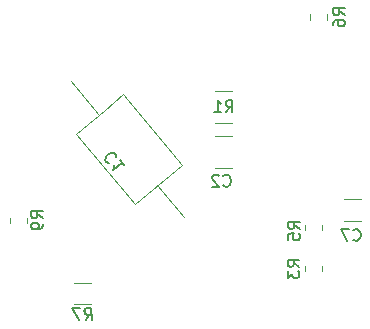
<source format=gbr>
G04 #@! TF.GenerationSoftware,KiCad,Pcbnew,(6.0.5)*
G04 #@! TF.CreationDate,2022-05-08T20:16:57+02:00*
G04 #@! TF.ProjectId,Zasilacz_5V_impulsowy,5a617369-6c61-4637-9a5f-35565f696d70,rev?*
G04 #@! TF.SameCoordinates,Original*
G04 #@! TF.FileFunction,Legend,Bot*
G04 #@! TF.FilePolarity,Positive*
%FSLAX46Y46*%
G04 Gerber Fmt 4.6, Leading zero omitted, Abs format (unit mm)*
G04 Created by KiCad (PCBNEW (6.0.5)) date 2022-05-08 20:16:57*
%MOMM*%
%LPD*%
G01*
G04 APERTURE LIST*
%ADD10C,0.150000*%
%ADD11C,0.120000*%
G04 APERTURE END LIST*
D10*
G04 #@! TO.C,C1*
X111311226Y-113677381D02*
X111317095Y-113610294D01*
X111261746Y-113470250D01*
X111200529Y-113397294D01*
X111072223Y-113318468D01*
X110938049Y-113306729D01*
X110834483Y-113331469D01*
X110657961Y-113417426D01*
X110548526Y-113509253D01*
X110433222Y-113668167D01*
X110390874Y-113765863D01*
X110379136Y-113900037D01*
X110434484Y-114040081D01*
X110495702Y-114113038D01*
X110624007Y-114191864D01*
X110691094Y-114197733D01*
X111996361Y-114345730D02*
X111629054Y-113907990D01*
X111812707Y-114126860D02*
X111046663Y-114769647D01*
X111094880Y-114604864D01*
X111106619Y-114470690D01*
X111081879Y-114367124D01*
G04 #@! TO.C,R6*
X130652380Y-101633333D02*
X130176190Y-101300000D01*
X130652380Y-101061904D02*
X129652380Y-101061904D01*
X129652380Y-101442857D01*
X129700000Y-101538095D01*
X129747619Y-101585714D01*
X129842857Y-101633333D01*
X129985714Y-101633333D01*
X130080952Y-101585714D01*
X130128571Y-101538095D01*
X130176190Y-101442857D01*
X130176190Y-101061904D01*
X129652380Y-102490476D02*
X129652380Y-102300000D01*
X129700000Y-102204761D01*
X129747619Y-102157142D01*
X129890476Y-102061904D01*
X130080952Y-102014285D01*
X130461904Y-102014285D01*
X130557142Y-102061904D01*
X130604761Y-102109523D01*
X130652380Y-102204761D01*
X130652380Y-102395238D01*
X130604761Y-102490476D01*
X130557142Y-102538095D01*
X130461904Y-102585714D01*
X130223809Y-102585714D01*
X130128571Y-102538095D01*
X130080952Y-102490476D01*
X130033333Y-102395238D01*
X130033333Y-102204761D01*
X130080952Y-102109523D01*
X130128571Y-102061904D01*
X130223809Y-102014285D01*
G04 #@! TO.C,R7*
X108711339Y-127472380D02*
X108985148Y-126996190D01*
X109282767Y-127472380D02*
X109157767Y-126472380D01*
X108776815Y-126472380D01*
X108687529Y-126520000D01*
X108645863Y-126567619D01*
X108610148Y-126662857D01*
X108628005Y-126805714D01*
X108687529Y-126900952D01*
X108741101Y-126948571D01*
X108842291Y-126996190D01*
X109223244Y-126996190D01*
X108253005Y-126472380D02*
X107586339Y-126472380D01*
X108139910Y-127472380D01*
G04 #@! TO.C,R3*
X126802380Y-122933333D02*
X126326190Y-122600000D01*
X126802380Y-122361904D02*
X125802380Y-122361904D01*
X125802380Y-122742857D01*
X125850000Y-122838095D01*
X125897619Y-122885714D01*
X125992857Y-122933333D01*
X126135714Y-122933333D01*
X126230952Y-122885714D01*
X126278571Y-122838095D01*
X126326190Y-122742857D01*
X126326190Y-122361904D01*
X125802380Y-123266666D02*
X125802380Y-123885714D01*
X126183333Y-123552380D01*
X126183333Y-123695238D01*
X126230952Y-123790476D01*
X126278571Y-123838095D01*
X126373809Y-123885714D01*
X126611904Y-123885714D01*
X126707142Y-123838095D01*
X126754761Y-123790476D01*
X126802380Y-123695238D01*
X126802380Y-123409523D01*
X126754761Y-123314285D01*
X126707142Y-123266666D01*
G04 #@! TO.C,R1*
X120566666Y-109852380D02*
X120900000Y-109376190D01*
X121138095Y-109852380D02*
X121138095Y-108852380D01*
X120757142Y-108852380D01*
X120661904Y-108900000D01*
X120614285Y-108947619D01*
X120566666Y-109042857D01*
X120566666Y-109185714D01*
X120614285Y-109280952D01*
X120661904Y-109328571D01*
X120757142Y-109376190D01*
X121138095Y-109376190D01*
X119614285Y-109852380D02*
X120185714Y-109852380D01*
X119900000Y-109852380D02*
X119900000Y-108852380D01*
X119995238Y-108995238D01*
X120090476Y-109090476D01*
X120185714Y-109138095D01*
G04 #@! TO.C,C2*
X120366666Y-116057142D02*
X120414285Y-116104761D01*
X120557142Y-116152380D01*
X120652380Y-116152380D01*
X120795238Y-116104761D01*
X120890476Y-116009523D01*
X120938095Y-115914285D01*
X120985714Y-115723809D01*
X120985714Y-115580952D01*
X120938095Y-115390476D01*
X120890476Y-115295238D01*
X120795238Y-115200000D01*
X120652380Y-115152380D01*
X120557142Y-115152380D01*
X120414285Y-115200000D01*
X120366666Y-115247619D01*
X119985714Y-115247619D02*
X119938095Y-115200000D01*
X119842857Y-115152380D01*
X119604761Y-115152380D01*
X119509523Y-115200000D01*
X119461904Y-115247619D01*
X119414285Y-115342857D01*
X119414285Y-115438095D01*
X119461904Y-115580952D01*
X120033333Y-116152380D01*
X119414285Y-116152380D01*
G04 #@! TO.C,R5*
X126852380Y-119733333D02*
X126376190Y-119400000D01*
X126852380Y-119161904D02*
X125852380Y-119161904D01*
X125852380Y-119542857D01*
X125900000Y-119638095D01*
X125947619Y-119685714D01*
X126042857Y-119733333D01*
X126185714Y-119733333D01*
X126280952Y-119685714D01*
X126328571Y-119638095D01*
X126376190Y-119542857D01*
X126376190Y-119161904D01*
X125852380Y-120638095D02*
X125852380Y-120161904D01*
X126328571Y-120114285D01*
X126280952Y-120161904D01*
X126233333Y-120257142D01*
X126233333Y-120495238D01*
X126280952Y-120590476D01*
X126328571Y-120638095D01*
X126423809Y-120685714D01*
X126661904Y-120685714D01*
X126757142Y-120638095D01*
X126804761Y-120590476D01*
X126852380Y-120495238D01*
X126852380Y-120257142D01*
X126804761Y-120161904D01*
X126757142Y-120114285D01*
G04 #@! TO.C,R9*
X105102380Y-118833333D02*
X104626190Y-118500000D01*
X105102380Y-118261904D02*
X104102380Y-118261904D01*
X104102380Y-118642857D01*
X104150000Y-118738095D01*
X104197619Y-118785714D01*
X104292857Y-118833333D01*
X104435714Y-118833333D01*
X104530952Y-118785714D01*
X104578571Y-118738095D01*
X104626190Y-118642857D01*
X104626190Y-118261904D01*
X105102380Y-119309523D02*
X105102380Y-119500000D01*
X105054761Y-119595238D01*
X105007142Y-119642857D01*
X104864285Y-119738095D01*
X104673809Y-119785714D01*
X104292857Y-119785714D01*
X104197619Y-119738095D01*
X104150000Y-119690476D01*
X104102380Y-119595238D01*
X104102380Y-119404761D01*
X104150000Y-119309523D01*
X104197619Y-119261904D01*
X104292857Y-119214285D01*
X104530952Y-119214285D01*
X104626190Y-119261904D01*
X104673809Y-119309523D01*
X104721428Y-119404761D01*
X104721428Y-119595238D01*
X104673809Y-119690476D01*
X104626190Y-119738095D01*
X104530952Y-119785714D01*
G04 #@! TO.C,C7*
X131366666Y-120657142D02*
X131414285Y-120704761D01*
X131557142Y-120752380D01*
X131652380Y-120752380D01*
X131795238Y-120704761D01*
X131890476Y-120609523D01*
X131938095Y-120514285D01*
X131985714Y-120323809D01*
X131985714Y-120180952D01*
X131938095Y-119990476D01*
X131890476Y-119895238D01*
X131795238Y-119800000D01*
X131652380Y-119752380D01*
X131557142Y-119752380D01*
X131414285Y-119800000D01*
X131366666Y-119847619D01*
X131033333Y-119752380D02*
X130366666Y-119752380D01*
X130795238Y-120752380D01*
D11*
G04 #@! TO.C,C1*
X107446954Y-107216364D02*
X109839189Y-110078210D01*
X110370058Y-109632758D02*
X109308320Y-110523662D01*
X115345234Y-115561942D02*
X114370825Y-116379568D01*
X117018326Y-118700868D02*
X114781425Y-116035034D01*
X116865066Y-114286651D02*
X111889890Y-108357467D01*
X114370825Y-116379568D02*
X112850993Y-117654858D01*
X109395649Y-110450384D02*
X107875817Y-111725674D01*
X112850993Y-117654858D02*
X107875817Y-111725674D01*
X111889890Y-108357467D02*
X110370058Y-109632758D01*
X116865066Y-114286651D02*
X115345234Y-115561942D01*
G04 #@! TO.C,R6*
X127665000Y-102027064D02*
X127665000Y-101572936D01*
X129135000Y-102027064D02*
X129135000Y-101572936D01*
G04 #@! TO.C,R7*
X107722936Y-126110000D02*
X109177064Y-126110000D01*
X107722936Y-124290000D02*
X109177064Y-124290000D01*
G04 #@! TO.C,R3*
X128735000Y-122872936D02*
X128735000Y-123327064D01*
X127265000Y-122872936D02*
X127265000Y-123327064D01*
G04 #@! TO.C,R1*
X121123737Y-108045000D02*
X119676263Y-108045000D01*
X121123737Y-110755000D02*
X119676263Y-110755000D01*
G04 #@! TO.C,C2*
X121111252Y-114560000D02*
X119688748Y-114560000D01*
X121111252Y-111840000D02*
X119688748Y-111840000D01*
G04 #@! TO.C,R5*
X128735000Y-119372936D02*
X128735000Y-119827064D01*
X127265000Y-119372936D02*
X127265000Y-119827064D01*
G04 #@! TO.C,R9*
X103735000Y-119227064D02*
X103735000Y-118772936D01*
X102265000Y-119227064D02*
X102265000Y-118772936D01*
G04 #@! TO.C,C7*
X130588748Y-117240000D02*
X132011252Y-117240000D01*
X130588748Y-119060000D02*
X132011252Y-119060000D01*
G04 #@! TD*
M02*

</source>
